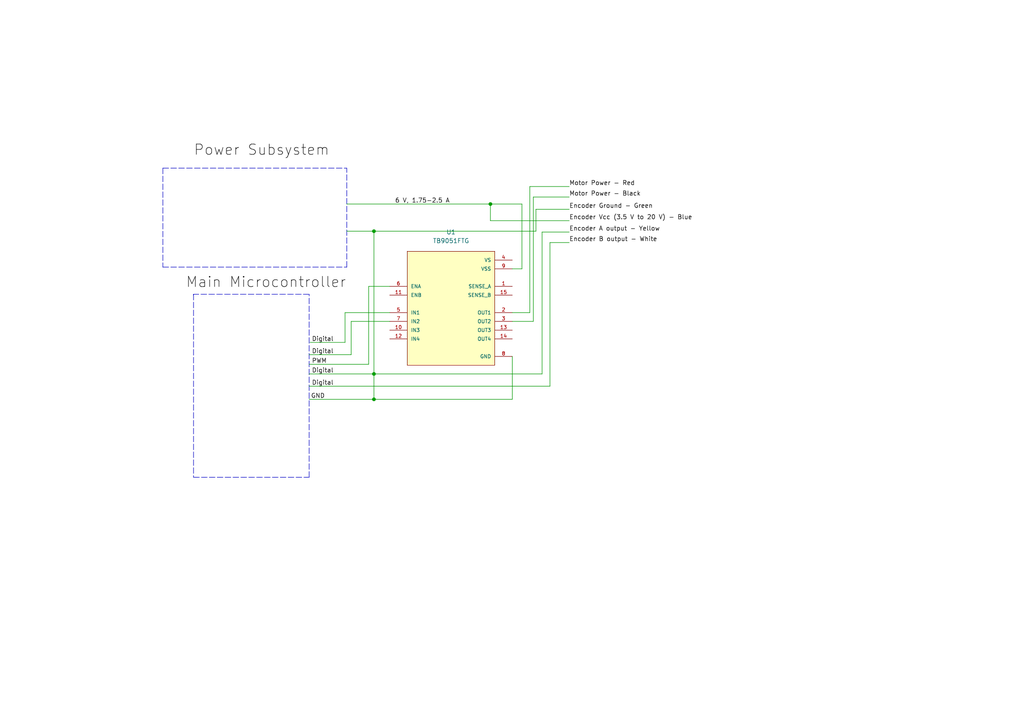
<source format=kicad_sch>
(kicad_sch (version 20211123) (generator eeschema)

  (uuid e63e39d7-6ac0-4ffd-8aa3-1841a4541b55)

  (paper "A4")

  (lib_symbols
    (symbol "MotorDriver:L298N" (pin_names (offset 1.016)) (in_bom yes) (on_board yes)
      (property "Reference" "U" (id 0) (at -12.7 20.32 0)
        (effects (font (size 1.27 1.27)) (justify left bottom))
      )
      (property "Value" "L298N" (id 1) (at -12.7 -20.32 0)
        (effects (font (size 1.27 1.27)) (justify left bottom))
      )
      (property "Footprint" "TO127P2020X500X2100-15" (id 2) (at 0 0 0)
        (effects (font (size 1.27 1.27)) (justify bottom) hide)
      )
      (property "Datasheet" "" (id 3) (at 0 0 0)
        (effects (font (size 1.27 1.27)) hide)
      )
      (property "MAXIMUM_PACKAGE_HEIGHT" "5.0mm" (id 4) (at 0 0 0)
        (effects (font (size 1.27 1.27)) (justify bottom) hide)
      )
      (property "PARTREV" "" (id 5) (at 0 0 0)
        (effects (font (size 1.27 1.27)) (justify bottom) hide)
      )
      (property "STANDARD" "IPC-7351B" (id 6) (at 0 0 0)
        (effects (font (size 1.27 1.27)) (justify bottom) hide)
      )
      (property "MANUFACTURER" "STMicroelectronics" (id 7) (at 0 0 0)
        (effects (font (size 1.27 1.27)) (justify bottom) hide)
      )
      (symbol "L298N_0_0"
        (rectangle (start -12.7 -15.24) (end 12.7 17.78)
          (stroke (width 0.1524) (type default) (color 0 0 0 0))
          (fill (type background))
        )
        (pin passive line (at 17.78 7.62 180) (length 5.08)
          (name "SENSE_A" (effects (font (size 1.016 1.016))))
          (number "1" (effects (font (size 1.016 1.016))))
        )
        (pin input line (at -17.78 -5.08 0) (length 5.08)
          (name "IN3" (effects (font (size 1.016 1.016))))
          (number "10" (effects (font (size 1.016 1.016))))
        )
        (pin input line (at -17.78 5.08 0) (length 5.08)
          (name "ENB" (effects (font (size 1.016 1.016))))
          (number "11" (effects (font (size 1.016 1.016))))
        )
        (pin input line (at -17.78 -7.62 0) (length 5.08)
          (name "IN4" (effects (font (size 1.016 1.016))))
          (number "12" (effects (font (size 1.016 1.016))))
        )
        (pin output line (at 17.78 -5.08 180) (length 5.08)
          (name "OUT3" (effects (font (size 1.016 1.016))))
          (number "13" (effects (font (size 1.016 1.016))))
        )
        (pin output line (at 17.78 -7.62 180) (length 5.08)
          (name "OUT4" (effects (font (size 1.016 1.016))))
          (number "14" (effects (font (size 1.016 1.016))))
        )
        (pin passive line (at 17.78 5.08 180) (length 5.08)
          (name "SENSE_B" (effects (font (size 1.016 1.016))))
          (number "15" (effects (font (size 1.016 1.016))))
        )
        (pin output line (at 17.78 0 180) (length 5.08)
          (name "OUT1" (effects (font (size 1.016 1.016))))
          (number "2" (effects (font (size 1.016 1.016))))
        )
        (pin output line (at 17.78 -2.54 180) (length 5.08)
          (name "OUT2" (effects (font (size 1.016 1.016))))
          (number "3" (effects (font (size 1.016 1.016))))
        )
        (pin power_in line (at 17.78 15.24 180) (length 5.08)
          (name "VS" (effects (font (size 1.016 1.016))))
          (number "4" (effects (font (size 1.016 1.016))))
        )
        (pin input line (at -17.78 0 0) (length 5.08)
          (name "IN1" (effects (font (size 1.016 1.016))))
          (number "5" (effects (font (size 1.016 1.016))))
        )
        (pin input line (at -17.78 7.62 0) (length 5.08)
          (name "ENA" (effects (font (size 1.016 1.016))))
          (number "6" (effects (font (size 1.016 1.016))))
        )
        (pin input line (at -17.78 -2.54 0) (length 5.08)
          (name "IN2" (effects (font (size 1.016 1.016))))
          (number "7" (effects (font (size 1.016 1.016))))
        )
        (pin power_in line (at 17.78 -12.7 180) (length 5.08)
          (name "GND" (effects (font (size 1.016 1.016))))
          (number "8" (effects (font (size 1.016 1.016))))
        )
        (pin input line (at 17.78 12.7 180) (length 5.08)
          (name "VSS" (effects (font (size 1.016 1.016))))
          (number "9" (effects (font (size 1.016 1.016))))
        )
      )
    )
  )

  (junction (at 108.458 115.824) (diameter 0) (color 0 0 0 0)
    (uuid 042eaa15-5a9e-4501-baf7-91f57eb6efcf)
  )
  (junction (at 108.458 108.458) (diameter 0) (color 0 0 0 0)
    (uuid 078e434c-4d6c-4111-a796-214edce90308)
  )
  (junction (at 142.24 59.182) (diameter 0) (color 0 0 0 0)
    (uuid 88b2c03f-1bf6-4056-99d8-3b3c8d2b4115)
  )
  (junction (at 108.458 67.056) (diameter 0) (color 0 0 0 0)
    (uuid f9985e59-28b7-4074-80b3-ebabc3deb4ea)
  )

  (wire (pts (xy 100.584 67.056) (xy 108.458 67.056))
    (stroke (width 0) (type default) (color 0 0 0 0))
    (uuid 00945628-67a1-454b-a35c-608ec105b3eb)
  )
  (wire (pts (xy 101.854 93.218) (xy 101.854 102.87))
    (stroke (width 0) (type default) (color 0 0 0 0))
    (uuid 064a2141-4356-4540-b648-528948eedef3)
  )
  (wire (pts (xy 148.59 103.378) (xy 148.59 115.824))
    (stroke (width 0) (type default) (color 0 0 0 0))
    (uuid 076959f2-04d8-4c30-8679-d0ca279238c2)
  )
  (wire (pts (xy 153.67 54.102) (xy 165.1 54.102))
    (stroke (width 0) (type default) (color 0 0 0 0))
    (uuid 0aa5f92d-0fab-4d5b-8ceb-1f050828acb7)
  )
  (wire (pts (xy 151.384 59.182) (xy 142.24 59.182))
    (stroke (width 0) (type default) (color 0 0 0 0))
    (uuid 14568726-0e6b-4e68-9941-4113cb6ce894)
  )
  (wire (pts (xy 108.458 108.458) (xy 108.458 115.824))
    (stroke (width 0) (type default) (color 0 0 0 0))
    (uuid 167c9e10-d65e-499d-97ce-5f93f56566b0)
  )
  (wire (pts (xy 154.686 93.218) (xy 154.686 57.15))
    (stroke (width 0) (type default) (color 0 0 0 0))
    (uuid 1abaf345-6e2c-4d91-a2e3-8a2e3a5b3270)
  )
  (wire (pts (xy 113.03 90.678) (xy 100.076 90.678))
    (stroke (width 0) (type default) (color 0 0 0 0))
    (uuid 2275fcfe-e1bc-4529-a97d-d9139db4242c)
  )
  (wire (pts (xy 148.59 90.678) (xy 153.67 90.678))
    (stroke (width 0) (type default) (color 0 0 0 0))
    (uuid 2653158c-a2b7-4079-a6ab-5b5c524fefed)
  )
  (wire (pts (xy 154.686 57.15) (xy 165.1 57.15))
    (stroke (width 0) (type default) (color 0 0 0 0))
    (uuid 2c009be0-f22d-4980-9972-0d2c3ed60777)
  )
  (wire (pts (xy 108.458 67.056) (xy 155.448 67.056))
    (stroke (width 0) (type default) (color 0 0 0 0))
    (uuid 3170db70-d288-4904-8e68-b59301a849e1)
  )
  (wire (pts (xy 148.59 93.218) (xy 154.686 93.218))
    (stroke (width 0) (type default) (color 0 0 0 0))
    (uuid 40a61281-861a-44e4-8df7-e9e742da3003)
  )
  (wire (pts (xy 89.662 102.87) (xy 101.854 102.87))
    (stroke (width 0) (type default) (color 0 0 0 0))
    (uuid 433bf8f4-5d77-42b4-996e-fa0e5f10b9e0)
  )
  (wire (pts (xy 142.24 64.008) (xy 142.24 59.182))
    (stroke (width 0) (type default) (color 0 0 0 0))
    (uuid 4c7a3b14-2258-4e10-b332-0adea5b8267c)
  )
  (wire (pts (xy 159.512 70.358) (xy 159.512 112.014))
    (stroke (width 0) (type default) (color 0 0 0 0))
    (uuid 52eb527f-48bc-4f51-8aa2-63d23570cb51)
  )
  (wire (pts (xy 89.662 108.458) (xy 108.458 108.458))
    (stroke (width 0) (type default) (color 0 0 0 0))
    (uuid 5339047a-f3f1-4e3a-bb69-4020241fa433)
  )
  (wire (pts (xy 153.67 90.678) (xy 153.67 54.102))
    (stroke (width 0) (type default) (color 0 0 0 0))
    (uuid 5807e46c-9e48-4468-802c-6257a48e5ee2)
  )
  (wire (pts (xy 157.226 67.31) (xy 157.226 108.458))
    (stroke (width 0) (type default) (color 0 0 0 0))
    (uuid 5873aee1-85f4-40db-b0cf-75de0e86f5fd)
  )
  (wire (pts (xy 106.934 83.058) (xy 106.934 105.664))
    (stroke (width 0) (type default) (color 0 0 0 0))
    (uuid 5ccac841-9058-4f43-bfbe-c44c0ef09f22)
  )
  (polyline (pts (xy 47.244 77.47) (xy 100.584 77.47))
    (stroke (width 0) (type default) (color 0 0 0 0))
    (uuid 64794464-7029-4ccc-bc89-8b0d0ab9136e)
  )

  (wire (pts (xy 148.59 77.978) (xy 151.384 77.978))
    (stroke (width 0) (type default) (color 0 0 0 0))
    (uuid 6aca4e3d-1d02-4c98-8f09-19fc7c0943ca)
  )
  (wire (pts (xy 165.1 70.358) (xy 159.512 70.358))
    (stroke (width 0) (type default) (color 0 0 0 0))
    (uuid 6bcbc020-0b20-434b-a589-0fcd53296f75)
  )
  (wire (pts (xy 157.226 108.458) (xy 108.458 108.458))
    (stroke (width 0) (type default) (color 0 0 0 0))
    (uuid 73095f57-7104-4b3a-b94d-d7132c70212f)
  )
  (polyline (pts (xy 100.584 77.47) (xy 100.584 48.768))
    (stroke (width 0) (type default) (color 0 0 0 0))
    (uuid 765442d9-53d8-40ff-9586-c0a73a21a986)
  )

  (wire (pts (xy 155.448 67.056) (xy 155.448 60.706))
    (stroke (width 0) (type default) (color 0 0 0 0))
    (uuid 7943f4d7-1b3f-4e4d-9565-e7b3cf4a8014)
  )
  (wire (pts (xy 89.662 105.664) (xy 106.934 105.664))
    (stroke (width 0) (type default) (color 0 0 0 0))
    (uuid 7fac8ae3-f59b-4596-8316-13ef9248f5bf)
  )
  (wire (pts (xy 165.1 64.008) (xy 142.24 64.008))
    (stroke (width 0) (type default) (color 0 0 0 0))
    (uuid 8304c507-04c9-448a-95fd-f775aa6087f7)
  )
  (polyline (pts (xy 56.134 85.344) (xy 56.134 138.43))
    (stroke (width 0) (type default) (color 0 0 0 0))
    (uuid 88286c38-53db-417e-b482-30be1b7b3b4a)
  )
  (polyline (pts (xy 89.662 85.344) (xy 56.134 85.344))
    (stroke (width 0) (type default) (color 0 0 0 0))
    (uuid 89fdc53b-54df-484b-b5cf-9d4e0e29cd07)
  )

  (wire (pts (xy 89.662 112.014) (xy 159.512 112.014))
    (stroke (width 0) (type default) (color 0 0 0 0))
    (uuid 8da75335-defa-4f93-bc43-483e4d3fa034)
  )
  (polyline (pts (xy 89.662 138.43) (xy 89.662 85.344))
    (stroke (width 0) (type default) (color 0 0 0 0))
    (uuid 92e6aaa5-b18b-495b-a6f0-b41da565471a)
  )

  (wire (pts (xy 113.03 93.218) (xy 101.854 93.218))
    (stroke (width 0) (type default) (color 0 0 0 0))
    (uuid 95ffc387-739a-415a-a904-80ef8c06df0b)
  )
  (polyline (pts (xy 47.244 48.768) (xy 47.244 77.47))
    (stroke (width 0) (type default) (color 0 0 0 0))
    (uuid 9aabe959-297a-4d1f-8512-a0cb64be2b5c)
  )

  (wire (pts (xy 108.458 67.056) (xy 108.458 108.458))
    (stroke (width 0) (type default) (color 0 0 0 0))
    (uuid a9645027-7256-43b8-974d-72b0bedb3aa5)
  )
  (polyline (pts (xy 56.134 138.43) (xy 89.662 138.43))
    (stroke (width 0) (type default) (color 0 0 0 0))
    (uuid abe525f7-a90b-4be7-a5d9-b59b79c90613)
  )

  (wire (pts (xy 113.03 83.058) (xy 106.934 83.058))
    (stroke (width 0) (type default) (color 0 0 0 0))
    (uuid b2ef3c55-356b-4615-a013-3781b22864cd)
  )
  (wire (pts (xy 100.076 90.678) (xy 100.076 99.314))
    (stroke (width 0) (type default) (color 0 0 0 0))
    (uuid bc0afcf5-c5f7-4c20-b950-2a4da7d06545)
  )
  (wire (pts (xy 100.584 59.182) (xy 142.24 59.182))
    (stroke (width 0) (type default) (color 0 0 0 0))
    (uuid be3befd0-1158-4ffd-81c8-804135a1cbd4)
  )
  (polyline (pts (xy 47.244 48.768) (xy 100.584 48.768))
    (stroke (width 0) (type default) (color 0 0 0 0))
    (uuid c2330663-55c7-4aca-a3ca-75e2dc2f61c0)
  )

  (wire (pts (xy 89.662 115.824) (xy 108.458 115.824))
    (stroke (width 0) (type default) (color 0 0 0 0))
    (uuid d0b2650b-fdf0-41c8-88b1-1d5f32e73fbc)
  )
  (wire (pts (xy 89.916 99.314) (xy 100.076 99.314))
    (stroke (width 0) (type default) (color 0 0 0 0))
    (uuid d67524d2-7659-4301-a466-afaad81f3dea)
  )
  (wire (pts (xy 151.384 77.978) (xy 151.384 59.182))
    (stroke (width 0) (type default) (color 0 0 0 0))
    (uuid dbe2ba83-1973-49a8-b718-6895e15d1753)
  )
  (wire (pts (xy 155.448 60.706) (xy 165.1 60.706))
    (stroke (width 0) (type default) (color 0 0 0 0))
    (uuid eb576fee-0b92-4071-a92f-2414ce78c75e)
  )
  (polyline (pts (xy 56.134 85.344) (xy 56.134 85.598))
    (stroke (width 0) (type default) (color 0 0 0 0))
    (uuid f758f2cc-7518-401e-a5c5-89487e4f5449)
  )

  (wire (pts (xy 165.1 67.31) (xy 157.226 67.31))
    (stroke (width 0) (type default) (color 0 0 0 0))
    (uuid f7759abf-4563-4a4f-bf77-647851ef1fdc)
  )
  (wire (pts (xy 148.59 115.824) (xy 108.458 115.824))
    (stroke (width 0) (type default) (color 0 0 0 0))
    (uuid fb888be4-b9df-4dc2-abe9-bba7afa42a60)
  )

  (label "Digital" (at 90.424 112.014 0)
    (effects (font (size 1.27 1.27)) (justify left bottom))
    (uuid 10a34ea7-2e42-4eb4-a2ac-fddfc8bb92eb)
  )
  (label "Encoder Vcc (3.5 V to 20 V) - Blue" (at 165.1 64.008 0)
    (effects (font (size 1.27 1.27)) (justify left bottom))
    (uuid 1cb2db7c-7d21-46e9-86c0-02a1efce9a76)
  )
  (label "Motor Power - Black" (at 165.1 57.15 0)
    (effects (font (size 1.27 1.27)) (justify left bottom))
    (uuid 5bcc1ad7-b72e-4893-b66c-8c7ab681444a)
  )
  (label "Digital" (at 90.424 108.458 0)
    (effects (font (size 1.27 1.27)) (justify left bottom))
    (uuid 60d92292-1a03-4388-bc48-aefb4a4dd762)
  )
  (label "Digital" (at 90.424 102.87 0)
    (effects (font (size 1.27 1.27)) (justify left bottom))
    (uuid 6150e45c-c5b2-409e-823c-74a57ee87b06)
  )
  (label "Main Microcontroller" (at 53.848 84.328 0)
    (effects (font (size 3 3)) (justify left bottom))
    (uuid 7111d2c6-8bea-4067-9eec-37a1a17cc918)
  )
  (label "Encoder A output - Yellow" (at 165.1 67.31 0)
    (effects (font (size 1.27 1.27)) (justify left bottom))
    (uuid 7fb328c1-7d7c-40f3-9571-d006716ce195)
  )
  (label "Encoder Ground - Green" (at 165.1 60.706 0)
    (effects (font (size 1.27 1.27)) (justify left bottom))
    (uuid 803b71b9-91dd-4d2b-866f-ca410adbc498)
  )
  (label "Encoder B output - White" (at 165.1 70.358 0)
    (effects (font (size 1.27 1.27)) (justify left bottom))
    (uuid 8fa679b3-4f56-467e-a0c1-b40f18ff4c05)
  )
  (label "PWM" (at 90.424 105.664 0)
    (effects (font (size 1.27 1.27)) (justify left bottom))
    (uuid 96bf85b7-187b-4b92-b941-357f3a8f5eda)
  )
  (label "GND" (at 90.17 115.824 0)
    (effects (font (size 1.27 1.27)) (justify left bottom))
    (uuid b50fd163-17a3-4a30-b459-bac278ba5c25)
  )
  (label "6 V, 1.75-2.5 A" (at 114.554 59.182 0)
    (effects (font (size 1.27 1.27)) (justify left bottom))
    (uuid b7216264-b647-49c8-9e7e-a61f5dc14fc2)
  )
  (label "Digital" (at 90.424 99.314 0)
    (effects (font (size 1.27 1.27)) (justify left bottom))
    (uuid d43db33a-f243-48c1-b940-7a87d50c15c4)
  )
  (label "Motor Power - Red" (at 165.1 54.102 0)
    (effects (font (size 1.27 1.27)) (justify left bottom))
    (uuid e8df90b0-c1d7-4469-b57d-3b614319986b)
  )
  (label "Power Subsystem" (at 56.134 45.974 0)
    (effects (font (size 3 3)) (justify left bottom))
    (uuid eff31499-1f02-4bef-b7b9-7c88818999ea)
  )

  (symbol (lib_id "MotorDriver:L298N") (at 130.81 90.678 0) (unit 1)
    (in_bom yes) (on_board yes) (fields_autoplaced)
    (uuid e2cd8732-913f-41cc-864b-7ff23b79bf3f)
    (property "Reference" "U1" (id 0) (at 130.81 67.31 0))
    (property "Value" "TB9051FTG" (id 1) (at 130.81 69.85 0))
    (property "Footprint" "TO127P2020X500X2100-15" (id 2) (at 130.81 90.678 0)
      (effects (font (size 1.27 1.27)) (justify bottom) hide)
    )
    (property "Datasheet" "" (id 3) (at 130.81 90.678 0)
      (effects (font (size 1.27 1.27)) hide)
    )
    (property "MAXIMUM_PACKAGE_HEIGHT" "5.0mm" (id 4) (at 130.81 90.678 0)
      (effects (font (size 1.27 1.27)) (justify bottom) hide)
    )
    (property "PARTREV" "" (id 5) (at 130.81 90.678 0)
      (effects (font (size 1.27 1.27)) (justify bottom) hide)
    )
    (property "STANDARD" "IPC-7351B" (id 6) (at 130.81 90.678 0)
      (effects (font (size 1.27 1.27)) (justify bottom) hide)
    )
    (property "MANUFACTURER" "STMicroelectronics" (id 7) (at 130.81 90.678 0)
      (effects (font (size 1.27 1.27)) (justify bottom) hide)
    )
    (pin "1" (uuid a2f3cedb-8af4-48b2-9b20-dc74a4821b8e))
    (pin "10" (uuid e9232d18-2e3b-4a57-b6fb-4a25b80b4c2e))
    (pin "11" (uuid 656917e8-e9c9-47ea-a221-e197f3c6d0ad))
    (pin "12" (uuid ff01ee16-679b-4838-aad4-62c7af3626db))
    (pin "13" (uuid 5dc194a4-ba7c-4eed-b3ee-d58f408874df))
    (pin "14" (uuid 8d561a39-b14b-41cb-b105-4cff699e554e))
    (pin "15" (uuid ccd857d6-7775-4fcf-98f5-05bf8b1f9ec6))
    (pin "2" (uuid 519c8df2-63eb-47b9-b7a5-d485bff98843))
    (pin "3" (uuid c8909106-9206-4bf8-a3ab-a38695d50d31))
    (pin "4" (uuid ed7405a9-b7e7-433a-825c-5382e8c84abd))
    (pin "5" (uuid 1c12f039-33e5-44d6-a7ee-9a10eaadd42e))
    (pin "6" (uuid e2acb259-9973-4e26-b163-3c5d3c8c0448))
    (pin "7" (uuid 8349924d-f215-40d7-a5a8-64467a078139))
    (pin "8" (uuid ca43abd2-dc14-46f5-988c-46d4a0b23ef0))
    (pin "9" (uuid d34febf9-8863-4931-af40-bfec0aaddc76))
  )

  (sheet_instances
    (path "/" (page "1"))
  )

  (symbol_instances
    (path "/e2cd8732-913f-41cc-864b-7ff23b79bf3f"
      (reference "U1") (unit 1) (value "TB9051FTG") (footprint "TO127P2020X500X2100-15")
    )
  )
)

</source>
